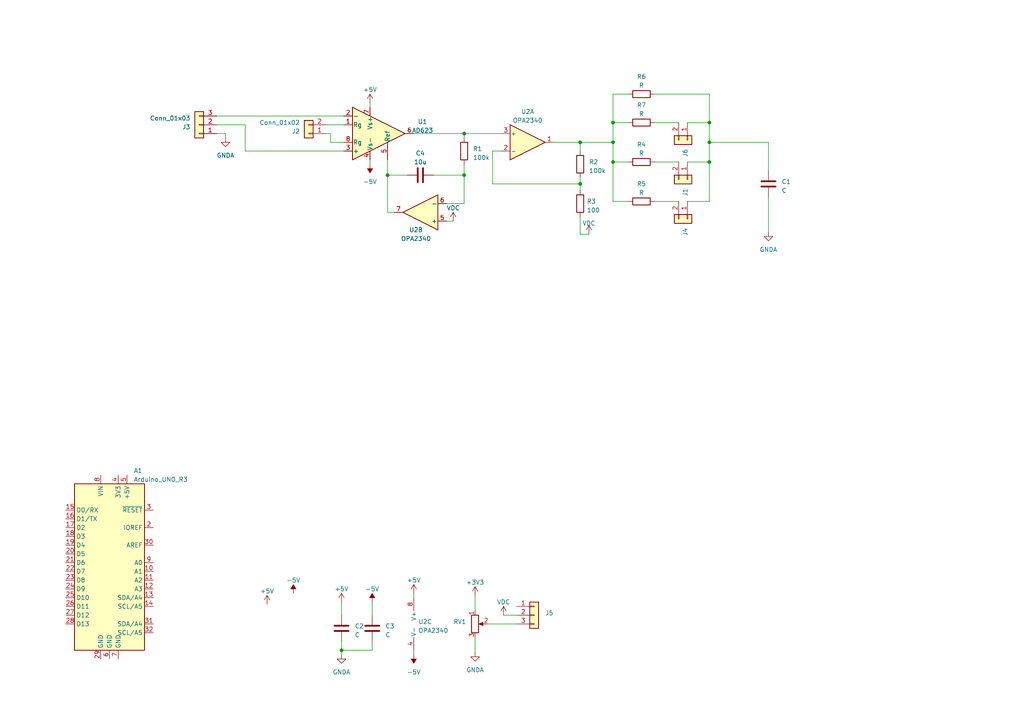
<source format=kicad_sch>
(kicad_sch (version 20230121) (generator eeschema)
  (paper "A4")
  (lib_symbols
    (symbol "Amplifier_Instrumentation:AD623" (pin_names (offset 0.127))
      (property "Reference" "U" (at 3.81 7.62 0))
      (property "Value" "AD623" (at 5.08 5.08 0))
      (symbol "AD623_0_1"
        (polyline (pts (xy -7.62 7.62) (xy -7.62 -7.62) (xy 7.62 0) (xy -7.62 7.62)) (stroke (width 0.254)) (fill (type background)))
      )
      (symbol "AD623_1_1"
        (pin passive line (at -10.16 2.54 0) (length 2.54) (name "Rg") (number "1"))
        (pin input line (at -10.16 5.08 0) (length 2.54) (name "-") (number "2"))
        (pin input line (at -10.16 -5.08 0) (length 2.54) (name "+") (number "3"))
        (pin power_in line (at -2.54 -7.62 90) (length 2.54) (name "Vs-") (number "4"))
        (pin passive line (at 2.54 -7.62 90) (length 5.08) (name "Ref") (number "5"))
        (pin output line (at 10.16 0 180) (length 2.54) (name "~") (number "6"))
        (pin power_in line (at -2.54 7.62 270) (length 2.54) (name "Vs+") (number "7"))
        (pin passive line (at -10.16 -2.54 0) (length 2.54) (name "Rg") (number "8"))
      )
    )
    (symbol "Amplifier_Operational:OPA2340" (pin_names (offset 0.127))
      (property "Reference" "U" (at 0 5.08 0))
      (property "Value" "OPA2340" (at 0 -5.08 0))
      (symbol "OPA2340_1_1"
        (polyline (pts (xy -5.08 5.08) (xy 5.08 0) (xy -5.08 -5.08) (xy -5.08 5.08)) (stroke (width 0.254)) (fill (type background)))
        (pin output line (at 7.62 0 180) (length 2.54) (name "~") (number "1"))
        (pin input line (at -7.62 -2.54 0) (length 2.54) (name "-") (number "2"))
        (pin input line (at -7.62 2.54 0) (length 2.54) (name "+") (number "3"))
      )
      (symbol "OPA2340_2_1"
        (polyline (pts (xy -5.08 5.08) (xy 5.08 0) (xy -5.08 -5.08) (xy -5.08 5.08)) (stroke (width 0.254)) (fill (type background)))
        (pin input line (at -7.62 2.54 0) (length 2.54) (name "+") (number "5"))
        (pin input line (at -7.62 -2.54 0) (length 2.54) (name "-") (number "6"))
        (pin output line (at 7.62 0 180) (length 2.54) (name "~") (number "7"))
      )
      (symbol "OPA2340_3_1"
        (pin power_in line (at -2.54 -7.62 90) (length 3.81) (name "V-") (number "4"))
        (pin power_in line (at -2.54 7.62 270) (length 3.81) (name "V+") (number "8"))
      )
    )
    (symbol "Connector_Generic:Conn_01x02" (pin_names (offset 1.016) hide)
      (property "Reference" "J" (at 0 2.54 0))
      (property "Value" "Conn_01x02" (at 0 -5.08 0))
      (symbol "Conn_01x02_1_1"
        (rectangle (start -1.27 -2.413) (end 0 -2.667) (stroke (width 0.1524)))
        (rectangle (start -1.27 0.127) (end 0 -0.127) (stroke (width 0.1524)))
        (rectangle (start -1.27 1.27) (end 1.27 -3.81) (stroke (width 0.254)) (fill (type background)))
        (pin passive line (at -5.08 0 0) (length 3.81) (name "Pin_1") (number "1"))
        (pin passive line (at -5.08 -2.54 0) (length 3.81) (name "Pin_2") (number "2"))
      )
    )
    (symbol "Connector_Generic:Conn_01x03" (pin_names (offset 1.016) hide)
      (property "Reference" "J" (at 0 5.08 0))
      (property "Value" "Conn_01x03" (at 0 -5.08 0))
      (symbol "Conn_01x03_1_1"
        (rectangle (start -1.27 -2.413) (end 0 -2.667) (stroke (width 0.1524)))
        (rectangle (start -1.27 0.127) (end 0 -0.127) (stroke (width 0.1524)))
        (rectangle (start -1.27 2.667) (end 0 2.413) (stroke (width 0.1524)))
        (rectangle (start -1.27 3.81) (end 1.27 -3.81) (stroke (width 0.254)) (fill (type background)))
        (pin passive line (at -5.08 2.54 0) (length 3.81) (name "Pin_1") (number "1"))
        (pin passive line (at -5.08 0 0) (length 3.81) (name "Pin_2") (number "2"))
        (pin passive line (at -5.08 -2.54 0) (length 3.81) (name "Pin_3") (number "3"))
      )
    )
    (symbol "Device:C" (pin_numbers hide) (pin_names (offset 0.254))
      (property "Reference" "C" (at 0.635 2.54 0))
      (property "Value" "C" (at 0.635 -2.54 0))
      (symbol "C_0_1"
        (polyline (pts (xy -2.032 -0.762) (xy 2.032 -0.762)) (stroke (width 0.508)))
        (polyline (pts (xy -2.032 0.762) (xy 2.032 0.762)) (stroke (width 0.508)))
      )
      (symbol "C_1_1"
        (pin passive line (at 0 3.81 270) (length 2.794) (name "~") (number "1"))
        (pin passive line (at 0 -3.81 90) (length 2.794) (name "~") (number "2"))
      )
    )
    (symbol "Device:R" (pin_numbers hide) (pin_names (offset 0))
      (property "Reference" "R" (at 2.032 0 90))
      (property "Value" "R" (at 0 0 90))
      (symbol "R_0_1"
        (rectangle (start -1.016 -2.54) (end 1.016 2.54) (stroke (width 0.254)))
      )
      (symbol "R_1_1"
        (pin passive line (at 0 3.81 270) (length 1.27) (name "~") (number "1"))
        (pin passive line (at 0 -3.81 90) (length 1.27) (name "~") (number "2"))
      )
    )
    (symbol "Device:R_Potentiometer" (pin_names (offset 1.016) hide)
      (property "Reference" "RV" (at -4.445 0 90))
      (property "Value" "R_Potentiometer" (at -2.54 0 90))
      (symbol "R_Potentiometer_0_1"
        (polyline (pts (xy 2.54 0) (xy 1.524 0)))
        (polyline (pts (xy 1.143 0) (xy 2.286 0.508) (xy 2.286 -0.508) (xy 1.143 0)) (fill (type outline)))
        (rectangle (start 1.016 2.54) (end -1.016 -2.54) (stroke (width 0.254)))
      )
      (symbol "R_Potentiometer_1_1"
        (pin passive line (at 0 3.81 270) (length 1.27) (name "1") (number "1"))
        (pin passive line (at 3.81 0 180) (length 1.27) (name "2") (number "2"))
        (pin passive line (at 0 -3.81 90) (length 1.27) (name "3") (number "3"))
      )
    )
    (symbol "MCU_Module:Arduino_UNO_R3"
      (property "Reference" "A" (at -10.16 23.495 0))
      (property "Value" "Arduino_UNO_R3" (at 5.08 -26.67 0))
      (symbol "Arduino_UNO_R3_0_1"
        (rectangle (start -10.16 22.86) (end 10.16 -25.4) (stroke (width 0.254)) (fill (type background)))
      )
      (symbol "Arduino_UNO_R3_1_1"
        (pin no_connect line (at -10.16 -20.32 0) (length 2.54) hide (name "NC") (number "1"))
        (pin bidirectional line (at 12.7 -2.54 180) (length 2.54) (name "A1") (number "10"))
        (pin bidirectional line (at 12.7 -5.08 180) (length 2.54) (name "A2") (number "11"))
        (pin bidirectional line (at 12.7 -7.62 180) (length 2.54) (name "A3") (number "12"))
        (pin bidirectional line (at 12.7 -10.16 180) (length 2.54) (name "SDA/A4") (number "13"))
        (pin bidirectional line (at 12.7 -12.7 180) (length 2.54) (name "SCL/A5") (number "14"))
        (pin bidirectional line (at -12.7 15.24 0) (length 2.54) (name "D0/RX") (number "15"))
        (pin bidirectional line (at -12.7 12.7 0) (length 2.54) (name "D1/TX") (number "16"))
        (pin bidirectional line (at -12.7 10.16 0) (length 2.54) (name "D2") (number "17"))
        (pin bidirectional line (at -12.7 7.62 0) (length 2.54) (name "D3") (number "18"))
        (pin bidirectional line (at -12.7 5.08 0) (length 2.54) (name "D4") (number "19"))
        (pin output line (at 12.7 10.16 180) (length 2.54) (name "IOREF") (number "2"))
        (pin bidirectional line (at -12.7 2.54 0) (length 2.54) (name "D5") (number "20"))
        (pin bidirectional line (at -12.7 0 0) (length 2.54) (name "D6") (number "21"))
        (pin bidirectional line (at -12.7 -2.54 0) (length 2.54) (name "D7") (number "22"))
        (pin bidirectional line (at -12.7 -5.08 0) (length 2.54) (name "D8") (number "23"))
        (pin bidirectional line (at -12.7 -7.62 0) (length 2.54) (name "D9") (number "24"))
        (pin bidirectional line (at -12.7 -10.16 0) (length 2.54) (name "D10") (number "25"))
        (pin bidirectional line (at -12.7 -12.7 0) (length 2.54) (name "D11") (number "26"))
        (pin bidirectional line (at -12.7 -15.24 0) (length 2.54) (name "D12") (number "27"))
        (pin bidirectional line (at -12.7 -17.78 0) (length 2.54) (name "D13") (number "28"))
        (pin power_in line (at -2.54 -27.94 90) (length 2.54) (name "GND") (number "29"))
        (pin input line (at 12.7 15.24 180) (length 2.54) (name "~{RESET}") (number "3"))
        (pin input line (at 12.7 5.08 180) (length 2.54) (name "AREF") (number "30"))
        (pin bidirectional line (at 12.7 -17.78 180) (length 2.54) (name "SDA/A4") (number "31"))
        (pin bidirectional line (at 12.7 -20.32 180) (length 2.54) (name "SCL/A5") (number "32"))
        (pin power_out line (at 2.54 25.4 270) (length 2.54) (name "3V3") (number "4"))
        (pin power_out line (at 5.08 25.4 270) (length 2.54) (name "+5V") (number "5"))
        (pin power_in line (at 0 -27.94 90) (length 2.54) (name "GND") (number "6"))
        (pin power_in line (at 2.54 -27.94 90) (length 2.54) (name "GND") (number "7"))
        (pin power_in line (at -2.54 25.4 270) (length 2.54) (name "VIN") (number "8"))
        (pin bidirectional line (at 12.7 0 180) (length 2.54) (name "A0") (number "9"))
      )
    )
    (symbol "power:+3V3" (power) (pin_names (offset 0))
      (property "Value" "+3V3" (at 0 3.556 0))
      (symbol "+3V3_0_1"
        (polyline (pts (xy -0.762 1.27) (xy 0 2.54)))
        (polyline (pts (xy 0 0) (xy 0 2.54)))
        (polyline (pts (xy 0 2.54) (xy 0.762 1.27)))
      )
      (symbol "+3V3_1_1"
        (pin power_in line (at 0 0 90) (length 0) hide (name "+3V3") (number "1"))
      )
    )
    (symbol "power:+5V" (power) (pin_names (offset 0))
      (property "Value" "+5V" (at 0 3.556 0))
      (symbol "+5V_0_1"
        (polyline (pts (xy -0.762 1.27) (xy 0 2.54)))
        (polyline (pts (xy 0 0) (xy 0 2.54)))
        (polyline (pts (xy 0 2.54) (xy 0.762 1.27)))
      )
      (symbol "+5V_1_1"
        (pin power_in line (at 0 0 90) (length 0) hide (name "+5V") (number "1"))
      )
    )
    (symbol "power:-5V" (power) (pin_names (offset 0))
      (property "Value" "-5V" (at 0 3.81 0))
      (symbol "-5V_0_0"
        (pin power_in line (at 0 0 90) (length 0) hide (name "-5V") (number "1"))
      )
      (symbol "-5V_0_1"
        (polyline (pts (xy 0 0) (xy 0 1.27) (xy 0.762 1.27) (xy 0 2.54) (xy -0.762 1.27) (xy 0 1.27)) (fill (type outline)))
      )
    )
    (symbol "power:GNDA" (power) (pin_names (offset 0))
      (property "Value" "GNDA" (at 0 -3.81 0))
      (symbol "GNDA_0_1"
        (polyline (pts (xy 0 0) (xy 0 -1.27) (xy 1.27 -1.27) (xy 0 -2.54) (xy -1.27 -1.27) (xy 0 -1.27)))
      )
      (symbol "GNDA_1_1"
        (pin power_in line (at 0 0 270) (length 0) hide (name "GNDA") (number "1"))
      )
    )
    (symbol "power:VDC" (power) (pin_names (offset 0))
      (property "Value" "VDC" (at 0 6.35 0))
      (symbol "VDC_0_1"
        (polyline (pts (xy -0.762 1.27) (xy 0 2.54)))
        (polyline (pts (xy 0 0) (xy 0 2.54)))
        (polyline (pts (xy 0 2.54) (xy 0.762 1.27)))
      )
      (symbol "VDC_1_1"
        (pin power_in line (at 0 0 90) (length 0) hide (name "VDC") (number "1"))
      )
    )
  )
  (junction (at 112.395 50.8))
  (junction (at 168.275 41.275))
  (junction (at 205.74 41.275))
  (junction (at 177.8 35.56))
  (junction (at 177.8 46.99))
  (junction (at 134.62 38.735))
  (junction (at 99.06 188.595))
  (junction (at 205.74 46.99))
  (junction (at 168.275 53.34))
  (junction (at 134.62 50.8))
  (junction (at 177.8 41.275))
  (junction (at 205.74 35.56))
  (wire (pts (xy 182.245 58.42) (xy 177.8 58.42)))
  (wire (pts (xy 134.62 47.625) (xy 134.62 50.8)))
  (wire (pts (xy 177.8 46.99) (xy 182.245 46.99)))
  (wire (pts (xy 94.615 38.735) (xy 95.885 38.735)))
  (wire (pts (xy 120.015 172.085) (xy 120.015 173.355)))
  (wire (pts (xy 142.875 43.815) (xy 142.875 53.34)))
  (wire (pts (xy 65.405 38.735) (xy 62.865 38.735)))
  (wire (pts (xy 94.615 36.195) (xy 99.695 36.195)))
  (wire (pts (xy 222.885 57.15) (xy 222.885 67.31)))
  (wire (pts (xy 137.795 184.785) (xy 137.795 189.23)))
  (wire (pts (xy 189.865 35.56) (xy 196.85 35.56)))
  (wire (pts (xy 71.12 43.815) (xy 99.695 43.815)))
  (wire (pts (xy 146.05 178.435) (xy 149.86 178.435)))
  (wire (pts (xy 134.62 38.735) (xy 134.62 40.005)))
  (wire (pts (xy 107.95 186.055) (xy 107.95 188.595)))
  (wire (pts (xy 107.315 47.625) (xy 107.315 46.355)))
  (wire (pts (xy 112.395 46.355) (xy 112.395 50.8)))
  (wire (pts (xy 205.74 41.275) (xy 222.885 41.275)))
  (wire (pts (xy 62.865 33.655) (xy 99.695 33.655)))
  (wire (pts (xy 134.62 38.735) (xy 145.415 38.735)))
  (wire (pts (xy 168.275 62.865) (xy 168.275 67.945)))
  (wire (pts (xy 107.315 29.845) (xy 107.315 31.115)))
  (wire (pts (xy 168.275 67.945) (xy 170.815 67.945)))
  (wire (pts (xy 205.74 41.275) (xy 205.74 35.56)))
  (wire (pts (xy 199.39 46.99) (xy 205.74 46.99)))
  (wire (pts (xy 205.74 35.56) (xy 205.74 27.305)))
  (wire (pts (xy 120.015 38.735) (xy 134.62 38.735)))
  (wire (pts (xy 71.12 36.195) (xy 71.12 43.815)))
  (wire (pts (xy 189.865 27.305) (xy 205.74 27.305)))
  (wire (pts (xy 177.8 35.56) (xy 177.8 27.305)))
  (wire (pts (xy 177.8 58.42) (xy 177.8 46.99)))
  (wire (pts (xy 112.395 50.8) (xy 118.11 50.8)))
  (wire (pts (xy 65.405 40.005) (xy 65.405 38.735)))
  (wire (pts (xy 168.275 51.435) (xy 168.275 53.34)))
  (wire (pts (xy 168.275 53.34) (xy 168.275 55.245)))
  (wire (pts (xy 134.62 59.055) (xy 129.54 59.055)))
  (wire (pts (xy 199.39 58.42) (xy 205.74 58.42)))
  (wire (pts (xy 107.95 174.625) (xy 107.95 178.435)))
  (wire (pts (xy 177.8 41.275) (xy 177.8 35.56)))
  (wire (pts (xy 168.275 41.275) (xy 168.275 43.815)))
  (wire (pts (xy 189.865 58.42) (xy 196.85 58.42)))
  (wire (pts (xy 99.06 188.595) (xy 99.06 189.865)))
  (wire (pts (xy 160.655 41.275) (xy 168.275 41.275)))
  (wire (pts (xy 141.605 180.975) (xy 149.86 180.975)))
  (wire (pts (xy 112.395 61.595) (xy 114.3 61.595)))
  (wire (pts (xy 62.865 36.195) (xy 71.12 36.195)))
  (wire (pts (xy 134.62 50.8) (xy 134.62 59.055)))
  (wire (pts (xy 99.06 186.055) (xy 99.06 188.595)))
  (wire (pts (xy 120.015 189.865) (xy 120.015 188.595)))
  (wire (pts (xy 199.39 35.56) (xy 205.74 35.56)))
  (wire (pts (xy 99.06 174.625) (xy 99.06 178.435)))
  (wire (pts (xy 177.8 46.99) (xy 177.8 41.275)))
  (wire (pts (xy 95.885 41.275) (xy 99.695 41.275)))
  (wire (pts (xy 95.885 38.735) (xy 95.885 41.275)))
  (wire (pts (xy 107.95 188.595) (xy 99.06 188.595)))
  (wire (pts (xy 137.795 172.72) (xy 137.795 177.165)))
  (wire (pts (xy 142.875 53.34) (xy 168.275 53.34)))
  (wire (pts (xy 189.865 46.99) (xy 196.85 46.99)))
  (wire (pts (xy 177.8 27.305) (xy 182.245 27.305)))
  (wire (pts (xy 222.885 49.53) (xy 222.885 41.275)))
  (wire (pts (xy 168.275 41.275) (xy 177.8 41.275)))
  (wire (pts (xy 112.395 50.8) (xy 112.395 61.595)))
  (wire (pts (xy 205.74 46.99) (xy 205.74 41.275)))
  (wire (pts (xy 205.74 58.42) (xy 205.74 46.99)))
  (wire (pts (xy 145.415 43.815) (xy 142.875 43.815)))
  (wire (pts (xy 125.73 50.8) (xy 134.62 50.8)))
  (wire (pts (xy 129.54 64.135) (xy 131.445 64.135)))
  (wire (pts (xy 177.8 35.56) (xy 182.245 35.56)))
  (symbol (lib_id "power:-5V") (at 85.09 172.085 0) (unit 1)
    (property "Reference" "#PWR04" (effects hide))
    (property "Value" "-5V" (at 85.09 168.275 0))
  )
  (symbol (lib_id "Connector_Generic:Conn_01x02") (at 199.39 63.5 270) (unit 1)
    (property "Reference" "J4" (at 198.755 66.04 0) (effects (justify left)))
    (property "Value" "Conn_01x02" (effects hide))
  )
  (symbol (lib_id "Amplifier_Operational:OPA2340") (at 153.035 41.275 0) (unit 1)
    (property "Reference" "U2" (at 153.035 32.385 0))
    (property "Value" "OPA2340" (at 153.035 34.925 0))
    (property "Datasheet" "http://www.ti.com/lit/ds/symlink/opa4340.pdf" (effects hide))
  )
  (symbol (lib_id "MCU_Module:Arduino_UNO_R3") (at 31.75 163.195 0) (unit 1)
    (property "Reference" "A1" (at 38.7859 136.525 0) (effects (justify left)))
    (property "Value" "Arduino_UNO_R3" (at 38.7859 139.065 0) (effects (justify left)))
    (property "Footprint" "Module:Arduino_UNO_R3" (effects hide))
    (property "Datasheet" "https://www.arduino.cc/en/Main/arduinoBoardUno" (effects hide))
  )
  (symbol (lib_id "power:VDC") (at 170.815 67.945 0) (unit 1)
    (property "Reference" "#PWR014" (effects hide))
    (property "Value" "VDC" (at 170.815 64.77 0))
  )
  (symbol (lib_id "Connector_Generic:Conn_01x03") (at 154.94 178.435 0) (unit 1)
    (property "Reference" "J5" (at 158.115 177.8 0) (effects (justify left)))
    (property "Value" "Conn_01x03" (effects hide))
  )
  (symbol (lib_id "power:GNDA") (at 65.405 40.005 0) (unit 1)
    (property "Reference" "#PWR08" (effects hide))
    (property "Value" "GNDA" (at 65.405 45.085 0))
  )
  (symbol (lib_id "power:VDC") (at 146.05 178.435 0) (unit 1)
    (property "Reference" "#PWR016" (effects hide))
    (property "Value" "VDC" (at 146.05 174.625 0))
  )
  (symbol (lib_id "power:GNDA") (at 222.885 67.31 0) (unit 1)
    (property "Reference" "#PWR015" (effects hide))
    (property "Value" "GNDA" (at 222.885 72.39 0))
  )
  (symbol (lib_id "power:GNDA") (at 99.06 189.865 0) (unit 1)
    (property "Reference" "#PWR07" (effects hide))
    (property "Value" "GNDA" (at 99.06 194.945 0))
  )
  (symbol (lib_id "Device:R") (at 186.055 58.42 90) (unit 1)
    (property "Reference" "R5" (at 186.055 53.34 90))
    (property "Value" "R" (at 186.055 55.88 90))
  )
  (symbol (lib_id "Device:R") (at 186.055 46.99 90) (unit 1)
    (property "Reference" "R4" (at 186.055 41.91 90))
    (property "Value" "R" (at 186.055 44.45 90))
  )
  (symbol (lib_id "power:-5V") (at 120.015 189.865 180) (unit 1)
    (property "Reference" "#PWR010" (effects hide))
    (property "Value" "-5V" (at 120.015 194.945 0))
  )
  (symbol (lib_id "Device:C") (at 222.885 53.34 0) (unit 1)
    (property "Reference" "C1" (at 226.695 52.705 0) (effects (justify left)))
    (property "Value" "C" (at 226.695 55.245 0) (effects (justify left)))
  )
  (symbol (lib_id "Connector_Generic:Conn_01x02") (at 199.39 52.07 270) (unit 1)
    (property "Reference" "J1" (at 198.755 54.61 0) (effects (justify left)))
    (property "Value" "Conn_01x02" (effects hide))
  )
  (symbol (lib_id "Device:C") (at 99.06 182.245 0) (unit 1)
    (property "Reference" "C2" (at 102.87 181.61 0) (effects (justify left)))
    (property "Value" "C" (at 102.87 184.15 0) (effects (justify left)))
  )
  (symbol (lib_id "Connector_Generic:Conn_01x02") (at 199.39 40.64 270) (unit 1)
    (property "Reference" "J6" (at 198.755 43.18 0) (effects (justify left)))
    (property "Value" "Conn_01x02" (effects hide))
  )
  (symbol (lib_id "power:+5V") (at 77.47 175.26 0) (unit 1)
    (property "Reference" "#PWR03" (effects hide))
    (property "Value" "+5V" (at 77.47 171.45 0))
  )
  (symbol (lib_id "Device:R_Potentiometer") (at 137.795 180.975 0) (unit 1)
    (property "Reference" "RV1" (at 135.255 180.34 0) (effects (justify right)))
    (property "Value" "R_Potentiometer" (effects hide))
  )
  (symbol (lib_id "Device:C") (at 107.95 182.245 0) (unit 1)
    (property "Reference" "C3" (at 111.76 181.61 0) (effects (justify left)))
    (property "Value" "C" (at 111.76 184.15 0) (effects (justify left)))
  )
  (symbol (lib_id "power:+3V3") (at 137.795 172.72 0) (unit 1)
    (property "Reference" "#PWR05" (effects hide))
    (property "Value" "+3V3" (at 137.795 168.91 0))
  )
  (symbol (lib_id "Connector_Generic:Conn_01x03") (at 57.785 36.195 180) (unit 1)
    (property "Reference" "J3" (at 55.245 36.83 0) (effects (justify left)))
    (property "Value" "Conn_01x03" (at 55.245 34.29 0) (effects (justify left)))
  )
  (symbol (lib_id "Device:R") (at 186.055 27.305 90) (unit 1)
    (property "Reference" "R6" (at 186.055 22.225 90))
    (property "Value" "R" (at 186.055 24.765 90))
  )
  (symbol (lib_id "power:VDC") (at 131.445 64.135 0) (unit 1)
    (property "Reference" "#PWR013" (effects hide))
    (property "Value" "VDC" (at 131.445 60.325 0))
  )
  (symbol (lib_id "power:-5V") (at 107.95 174.625 0) (unit 1)
    (property "Reference" "#PWR02" (effects hide))
    (property "Value" "-5V" (at 107.95 170.815 0))
  )
  (symbol (lib_id "Device:R") (at 186.055 35.56 90) (unit 1)
    (property "Reference" "R7" (at 186.055 30.48 90))
    (property "Value" "R" (at 186.055 33.02 90))
  )
  (symbol (lib_id "Amplifier_Operational:OPA2340") (at 122.555 180.975 0) (unit 3)
    (property "Reference" "U2" (at 121.285 180.34 0) (effects (justify left)))
    (property "Value" "OPA2340" (at 121.285 182.88 0) (effects (justify left)))
    (property "Datasheet" "http://www.ti.com/lit/ds/symlink/opa4340.pdf" (effects hide))
  )
  (symbol (lib_id "Device:R") (at 168.275 59.055 0) (unit 1)
    (property "Reference" "R3" (at 170.18 58.42 0) (effects (justify left)))
    (property "Value" "100" (at 170.18 60.96 0) (effects (justify left)))
  )
  (symbol (lib_id "power:-5V") (at 107.315 47.625 180) (unit 1)
    (property "Reference" "#PWR011" (effects hide))
    (property "Value" "-5V" (at 107.315 52.705 0))
  )
  (symbol (lib_id "Device:R") (at 134.62 43.815 0) (unit 1)
    (property "Reference" "R1" (at 137.16 43.18 0) (effects (justify left)))
    (property "Value" "100k" (at 137.16 45.72 0) (effects (justify left)))
  )
  (symbol (lib_id "Device:R") (at 168.275 47.625 0) (unit 1)
    (property "Reference" "R2" (at 170.815 46.99 0) (effects (justify left)))
    (property "Value" "100k" (at 170.815 49.53 0) (effects (justify left)))
  )
  (symbol (lib_id "Amplifier_Instrumentation:AD623") (at 109.855 38.735 0) (unit 1)
    (property "Reference" "U1" (at 122.555 35.3061 0))
    (property "Value" "AD623" (at 122.555 37.8461 0))
    (property "Datasheet" "https://www.analog.com/media/en/technical-documentation/data-sheets/AD623.pdf" (effects hide))
  )
  (symbol (lib_id "power:+5V") (at 99.06 174.625 0) (unit 1)
    (property "Reference" "#PWR06" (effects hide))
    (property "Value" "+5V" (at 99.06 170.815 0))
  )
  (symbol (lib_id "power:GNDA") (at 137.795 189.23 0) (unit 1)
    (property "Reference" "#PWR01" (effects hide))
    (property "Value" "GNDA" (at 137.795 194.31 0))
  )
  (symbol (lib_id "Device:C") (at 121.92 50.8 90) (unit 1)
    (property "Reference" "C4" (at 121.92 44.45 90))
    (property "Value" "10u" (at 121.92 46.99 90))
  )
  (symbol (lib_id "Connector_Generic:Conn_01x02") (at 89.535 38.735 180) (unit 1)
    (property "Reference" "J2" (at 86.995 38.1 0) (effects (justify left)))
    (property "Value" "Conn_01x02" (at 86.995 35.56 0) (effects (justify left)))
  )
  (symbol (lib_id "power:+5V") (at 107.315 29.845 0) (unit 1)
    (property "Reference" "#PWR012" (effects hide))
    (property "Value" "+5V" (at 107.315 26.035 0))
  )
  (symbol (lib_id "Amplifier_Operational:OPA2340") (at 121.92 61.595 180) (unit 2)
    (property "Reference" "U2" (at 120.65 66.675 0))
    (property "Value" "OPA2340" (at 120.65 69.215 0))
    (property "Datasheet" "http://www.ti.com/lit/ds/symlink/opa4340.pdf" (effects hide))
  )
  (symbol (lib_id "power:+5V") (at 120.015 172.085 0) (unit 1)
    (property "Reference" "#PWR09" (effects hide))
    (property "Value" "+5V" (at 120.015 168.275 0))
  )
)
</source>
